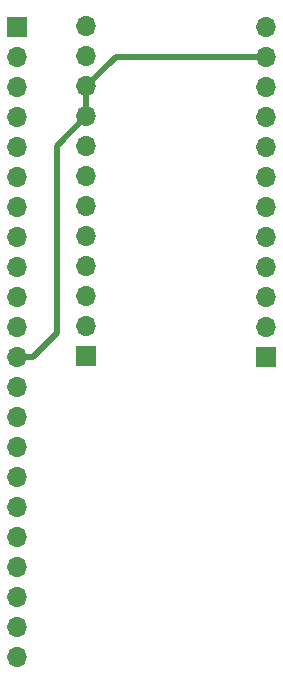
<source format=gbr>
%TF.GenerationSoftware,KiCad,Pcbnew,8.0.6*%
%TF.CreationDate,2024-11-07T13:50:09-03:00*%
%TF.ProjectId,fritzen-pro-micro,66726974-7a65-46e2-9d70-726f2d6d6963,rev?*%
%TF.SameCoordinates,Original*%
%TF.FileFunction,Copper,L2,Bot*%
%TF.FilePolarity,Positive*%
%FSLAX46Y46*%
G04 Gerber Fmt 4.6, Leading zero omitted, Abs format (unit mm)*
G04 Created by KiCad (PCBNEW 8.0.6) date 2024-11-07 13:50:09*
%MOMM*%
%LPD*%
G01*
G04 APERTURE LIST*
%TA.AperFunction,ComponentPad*%
%ADD10R,1.700000X1.700000*%
%TD*%
%TA.AperFunction,ComponentPad*%
%ADD11O,1.700000X1.700000*%
%TD*%
%TA.AperFunction,Conductor*%
%ADD12C,0.500000*%
%TD*%
G04 APERTURE END LIST*
D10*
%TO.P,J1,1,Pin_1*%
%TO.N,D9-A8*%
X55800000Y-62160000D03*
D11*
%TO.P,J1,2,Pin_2*%
%TO.N,D8*%
X55800000Y-59620000D03*
%TO.P,J1,3,Pin_3*%
%TO.N,D7*%
X55800000Y-57080000D03*
%TO.P,J1,4,Pin_4*%
%TO.N,D6-A7*%
X55800000Y-54540000D03*
%TO.P,J1,5,Pin_5*%
%TO.N,D5*%
X55800000Y-52000000D03*
%TO.P,J1,6,Pin_6*%
%TO.N,D4-A6*%
X55800000Y-49460000D03*
%TO.P,J1,7,Pin_7*%
%TO.N,D3*%
X55800000Y-46920000D03*
%TO.P,J1,8,Pin_8*%
%TO.N,D2*%
X55800000Y-44380000D03*
%TO.P,J1,9,Pin_9*%
%TO.N,GND*%
X55800000Y-41840000D03*
%TO.P,J1,10,Pin_10*%
X55800000Y-39300000D03*
%TO.P,J1,11,Pin_11*%
%TO.N,D0-RXI*%
X55800000Y-36760000D03*
%TO.P,J1,12,Pin_12*%
%TO.N,D1-TXO*%
X55800000Y-34220000D03*
%TD*%
D10*
%TO.P,J2,1,Pin_1*%
%TO.N,D10*%
X71000000Y-62200000D03*
D11*
%TO.P,J2,2,Pin_2*%
%TO.N,D16-MOSI*%
X71000000Y-59660000D03*
%TO.P,J2,3,Pin_3*%
%TO.N,D14-MISO*%
X71000000Y-57120000D03*
%TO.P,J2,4,Pin_4*%
%TO.N,D15-SCK*%
X71000000Y-54580000D03*
%TO.P,J2,5,Pin_5*%
%TO.N,A0*%
X71000000Y-52040000D03*
%TO.P,J2,6,Pin_6*%
%TO.N,A1*%
X71000000Y-49500000D03*
%TO.P,J2,7,Pin_7*%
%TO.N,A2*%
X71000000Y-46960000D03*
%TO.P,J2,8,Pin_8*%
%TO.N,A3*%
X71000000Y-44420000D03*
%TO.P,J2,9,Pin_9*%
%TO.N,5V*%
X71000000Y-41880000D03*
%TO.P,J2,10,Pin_10*%
%TO.N,RESET*%
X71000000Y-39340000D03*
%TO.P,J2,11,Pin_11*%
%TO.N,GND*%
X71000000Y-36800000D03*
%TO.P,J2,12,Pin_12*%
%TO.N,VIN*%
X71000000Y-34260000D03*
%TD*%
D10*
%TO.P,J3,1,Pin_1*%
%TO.N,D1-TXO*%
X49900000Y-34260000D03*
D11*
%TO.P,J3,2,Pin_2*%
%TO.N,D0-RXI*%
X49900000Y-36800000D03*
%TO.P,J3,3,Pin_3*%
%TO.N,D2*%
X49900000Y-39340000D03*
%TO.P,J3,4,Pin_4*%
%TO.N,D3*%
X49900000Y-41880000D03*
%TO.P,J3,5,Pin_5*%
%TO.N,D4-A6*%
X49900000Y-44420000D03*
%TO.P,J3,6,Pin_6*%
%TO.N,D5*%
X49900000Y-46960000D03*
%TO.P,J3,7,Pin_7*%
%TO.N,D6-A7*%
X49900000Y-49500000D03*
%TO.P,J3,8,Pin_8*%
%TO.N,D7*%
X49900000Y-52040000D03*
%TO.P,J3,9,Pin_9*%
%TO.N,D8*%
X49900000Y-54580000D03*
%TO.P,J3,10,Pin_10*%
%TO.N,D9-A8*%
X49900000Y-57120000D03*
%TO.P,J3,11,Pin_11*%
%TO.N,VIN*%
X49900000Y-59660000D03*
%TO.P,J3,12,Pin_12*%
%TO.N,GND*%
X49900000Y-62200000D03*
%TO.P,J3,13,Pin_13*%
%TO.N,RESET*%
X49900000Y-64740000D03*
%TO.P,J3,14,Pin_14*%
%TO.N,5V*%
X49900000Y-67280000D03*
%TO.P,J3,15,Pin_15*%
%TO.N,A3*%
X49900000Y-69820000D03*
%TO.P,J3,16,Pin_16*%
%TO.N,A2*%
X49900000Y-72360000D03*
%TO.P,J3,17,Pin_17*%
%TO.N,A1*%
X49900000Y-74900000D03*
%TO.P,J3,18,Pin_18*%
%TO.N,A0*%
X49900000Y-77440000D03*
%TO.P,J3,19,Pin_19*%
%TO.N,D15-SCK*%
X49900000Y-79980000D03*
%TO.P,J3,20,Pin_20*%
%TO.N,D14-MISO*%
X49900000Y-82520000D03*
%TO.P,J3,21,Pin_21*%
%TO.N,D16-MOSI*%
X49900000Y-85060000D03*
%TO.P,J3,22,Pin_22*%
%TO.N,D10*%
X49900000Y-87600000D03*
%TD*%
D12*
%TO.N,GND*%
X53300000Y-60200000D02*
X53300000Y-44340000D01*
X51300000Y-62200000D02*
X53300000Y-60200000D01*
X71000000Y-36800000D02*
X58300000Y-36800000D01*
X58300000Y-36800000D02*
X55800000Y-39300000D01*
X49900000Y-62200000D02*
X51300000Y-62200000D01*
X53300000Y-44340000D02*
X55800000Y-41840000D01*
X55800000Y-41840000D02*
X55800000Y-39300000D01*
%TD*%
M02*

</source>
